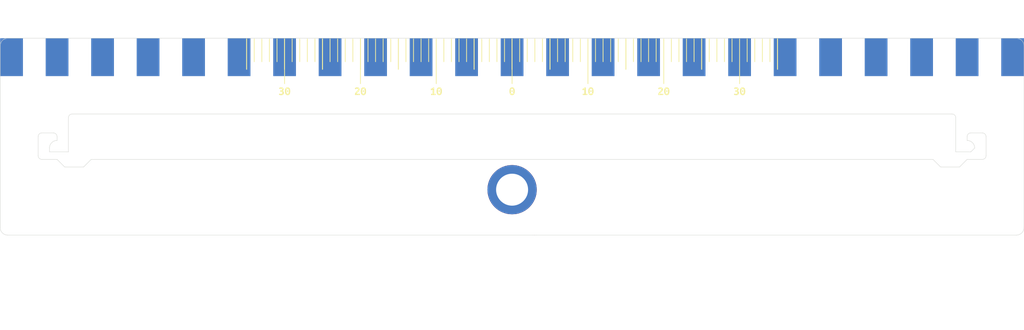
<source format=kicad_pcb>
(kicad_pcb (version 20241229) (generator "pcbnew") (generator_version "9.0")
  (layers (0 "F.Cu" signal) (2 "B.Cu" signal) (13 "F.Paste" user) (15 "B.Paste" user) (5 "F.SilkS" user "F.Silkscreen") (7 "B.SilkS" user "B.Silkscreen") (1 "F.Mask" user) (3 "B.Mask" user) (25 "Edge.Cuts" user))
  (net 0 "")
  (footprint "kibuzzard-693260DC" (layer "F.Cu") (at 208.8 142.5)
    (property "Reference" "kibuzzard-693260DC" (hide yes))
    (property "Value" "G***" (hide yes))
    (fp_poly (pts (xy 0.487884 -0.017771) (xy 0.462843 0.057351) (xy 0.399031 0.088853) (xy 0.332795 0.057351) (xy 0.308562 -0.017771) (xy 0.332795 -0.0937) (xy 0.399031 -0.12601) (xy 0.462843 -0.0937) (xy 0.487884 -0.017771)) (fill yes) (layer "F.SilkS"))
    (fp_poly (pts (xy -0.113086 -0.235864) (xy -0.132472 -0.136511) (xy -0.184168 -0.043619) (xy -0.256866 0.043619) (xy -0.339257 0.124394) (xy -0.387722 0.170436) (xy -0.439418 0.225363) (xy -0.480614 0.282714) (xy -0.497577 0.336026) (xy -0.067851 0.336026) (xy -0.067851 0.500808) (xy -0.720517 0.500808) (xy -0.724556 0.46042) (xy -0.723748 0.426494) (xy -0.716276 0.34895) (xy -0.693861 0.277868) (xy -0.659935 0.212641) (xy -0.617932 0.152666) (xy -0.570275 0.097334) (xy -0.519386 0.046042) (xy -0.468498 -0.002221) (xy -0.42084 -0.048465) (xy -0.344911 -0.135703) (xy -0.315024 -0.221325) (xy -0.352181 -0.315832) (xy -0.44588 -0.34895) (xy -0.544426 -0.326333) (xy -0.646204 -0.250404) (xy -0.74475 -0.389338) (xy -0.675081 -0.448304) (xy -0.595315 -0.489499) (xy -0.510703 -0.513732) (xy -0.426494 -0.521809) (xy -0.308562 -0.504039) (xy -0.208401 -0.450727) (xy -0.138934 -0.361066) (xy -0.113086 -0.235864)) (fill yes) (layer "F.SilkS"))
    (fp_poly (pts (xy 0.74475 -0.001616) (xy 0.739196 0.122375) (xy 0.722536 0.229402) (xy 0.69477 0.319467) (xy 0.655897 0.392569) (xy 0.587686 0.464369) (xy 0.501526 0.507449) (xy 0.397415 0.521809) (xy 0.397415 0.350565) (xy 0.469911 0.32815) (xy 0.522617 0.260905) (xy 0.546401 0.191887) (xy 0.560671 0.10438) (xy 0.565428 -0.001616) (xy 0.560671 -0.106713) (xy 0.546401 -0.193682) (xy 0.522617 -0.26252) (xy 0.469911 -0.329766) (xy 0.397415 -0.352181) (xy 0.325929 -0.329766) (xy 0.273021 -0.26252) (xy 0.248788 -0.193682) (xy 0.234249 -0.106713) (xy 0.229402 -0.001616) (xy 0.234249 0.10438) (xy 0.248788 0.191887) (xy 0.273021 0.260905) (xy 0.325929 0.32815) (xy 0.397415 0.350565) (xy 0.397415 0.521809) (xy 0.293305 0.507449) (xy 0.207144 0.464369) (xy 0.138934 0.392569) (xy 0.100061 0.319467) (xy 0.072294 0.229402) (xy 0.055634 0.122375) (xy 0.050081 -0.001616) (xy 0.055735 -0.124192) (xy 0.072698 -0.23021) (xy 0.100969 -0.319669) (xy 0.140549 -0.392569) (xy 0.209298 -0.464369) (xy 0.29492 -0.507449) (xy 0.397415 -0.521809) (xy 0.501526 -0.507539) (xy 0.587686 -0.464728) (xy 0.655897 -0.393376) (xy 0.69477 -0.320729) (xy 0.722536 -0.23122) (xy 0.739196 -0.124849) (xy 0.74475 -0.001616)) (fill yes) (layer "F.SilkS"))
  )
  (footprint "kibuzzard-693260ED" (layer "F.Cu") (at 158.8 142.5)
    (property "Reference" "kibuzzard-693260ED" (hide yes))
    (property "Value" "G***" (hide yes))
    (fp_poly (pts (xy 0.489499 -0.017771) (xy 0.464459 0.057351) (xy 0.400646 0.088853) (xy 0.33441 0.057351) (xy 0.310178 -0.017771) (xy 0.33441 -0.0937) (xy 0.400646 -0.12601) (xy 0.464459 -0.0937) (xy 0.489499 -0.017771)) (fill yes) (layer "F.SilkS"))
    (fp_poly (pts (xy -0.468498 0.521809) (xy -0.54685 0.516155) (xy -0.62601 0.502423) (xy -0.696284 0.484653) (xy -0.746365 0.466882) (xy -0.707593 0.300485) (xy -0.61147 0.33441) (xy -0.546648 0.347738) (xy -0.470113 0.352181) (xy -0.383481 0.341276) (xy -0.327141 0.308562) (xy -0.285945 0.200323) (xy -0.301696 0.133078) (xy -0.34895 0.089661) (xy -0.420436 0.066034) (xy -0.508885 0.058158) (xy -0.570275 0.058158) (xy -0.570275 -0.106624) (xy -0.495961 -0.106624) (xy -0.434572 -0.113086) (xy -0.379645 -0.134087) (xy -0.340065 -0.172859) (xy -0.324717 -0.234249) (xy -0.357835 -0.320679) (xy -0.449111 -0.352181) (xy -0.561389 -0.333603) (xy -0.657512 -0.287561) (xy -0.728595 -0.432956) (xy -0.613086 -0.491922) (xy -0.536551 -0.514338) (xy -0.450727 -0.521809) (xy -0.372173 -0.516559) (xy -0.304523 -0.500808) (xy -0.201939 -0.441842) (xy -0.142165 -0.352181) (xy -0.122779 -0.240711) (xy -0.156704 -0.12601) (xy -0.247173 -0.042003) (xy -0.178312 -0.002019) (xy -0.126817 0.053312) (xy -0.094709 0.122375) (xy -0.084006 0.203554) (xy -0.106624 0.331179) (xy -0.17609 0.432149) (xy -0.229402 0.470113) (xy -0.295638 0.498384) (xy -0.375202 0.515953) (xy -0.468498 0.521809)) (fill yes) (layer "F.SilkS"))
    (fp_poly (pts (xy 0.746365 -0.001616) (xy 0.740812 0.122375) (xy 0.724152 0.229402) (xy 0.696385 0.319467) (xy 0.657512 0.392569) (xy 0.589302 0.464369) (xy 0.503141 0.507449) (xy 0.399031 0.521809) (xy 0.399031 0.350565) (xy 0.471527 0.32815) (xy 0.524233 0.260905) (xy 0.548017 0.191887) (xy 0.562287 0.10438) (xy 0.567044 -0.001616) (xy 0.562287 -0.106713) (xy 0.548017 -0.193682) (xy 0.524233 -0.26252) (xy 0.471527 -0.329766) (xy 0.399031 -0.352181) (xy 0.327544 -0.329766) (xy 0.274637 -0.26252) (xy 0.250404 -0.193682) (xy 0.235864 -0.106713) (xy 0.231018 -0.001616) (xy 0.235864 0.10438) (xy 0.250404 0.191887) (xy 0.274637 0.260905) (xy 0.327544 0.32815) (xy 0.399031 0.350565) (xy 0.399031 0.521809) (xy 0.29492 0.507449) (xy 0.20876 0.464369) (xy 0.140549 0.392569) (xy 0.101676 0.319467) (xy 0.07391 0.229402) (xy 0.05725 0.122375) (xy 0.051696 -0.001616) (xy 0.057351 -0.124192) (xy 0.074313 -0.23021) (xy 0.102585 -0.319669) (xy 0.142165 -0.392569) (xy 0.210914 -0.464369) (xy 0.296536 -0.507449) (xy 0.399031 -0.521809) (xy 0.503141 -0.507539) (xy 0.589302 -0.464728) (xy 0.657512 -0.393376) (xy 0.696385 -0.320729) (xy 0.724152 -0.23122) (xy 0.740812 -0.124849) (xy 0.746365 -0.001616)) (fill yes) (layer "F.SilkS"))
  )
  (footprint "kibuzzard-693260C4" (layer "F.Cu") (at 178.8 142.5)
    (property "Reference" "kibuzzard-693260C4" (hide yes))
    (property "Value" "G***" (hide yes))
    (fp_poly (pts (xy 0.483845 -0.017771) (xy 0.458805 0.057351) (xy 0.394992 0.088853) (xy 0.328756 0.057351) (xy 0.304523 -0.017771) (xy 0.328756 -0.0937) (xy 0.394992 -0.12601) (xy 0.458805 -0.0937) (xy 0.483845 -0.017771)) (fill yes) (layer "F.SilkS"))
    (fp_poly (pts (xy -0.474152 0.336026) (xy -0.474152 -0.22294) (xy -0.577544 -0.16559) (xy -0.67609 -0.12601) (xy -0.740711 -0.290792) (xy -0.656704 -0.327948) (xy -0.566236 -0.378029) (xy -0.480614 -0.436187) (xy -0.411147 -0.499192) (xy -0.275444 -0.499192) (xy -0.275444 0.336026) (xy -0.076737 0.336026) (xy -0.076737 0.500808) (xy -0.684168 0.500808) (xy -0.684168 0.336026) (xy -0.474152 0.336026)) (fill yes) (layer "F.SilkS"))
    (fp_poly (pts (xy 0.740711 -0.001616) (xy 0.735158 0.122375) (xy 0.718498 0.229402) (xy 0.690731 0.319467) (xy 0.651858 0.392569) (xy 0.583647 0.464369) (xy 0.497487 0.507449) (xy 0.393376 0.521809) (xy 0.393376 0.350565) (xy 0.465872 0.32815) (xy 0.518578 0.260905) (xy 0.542362 0.191887) (xy 0.556633 0.10438) (xy 0.561389 -0.001616) (xy 0.556633 -0.106713) (xy 0.542362 -0.193682) (xy 0.518578 -0.26252) (xy 0.465872 -0.329766) (xy 0.393376 -0.352181) (xy 0.32189 -0.329766) (xy 0.268982 -0.26252) (xy 0.24475 -0.193682) (xy 0.23021 -0.106713) (xy 0.225363 -0.001616) (xy 0.23021 0.10438) (xy 0.24475 0.191887) (xy 0.268982 0.260905) (xy 0.32189 0.32815) (xy 0.393376 0.350565) (xy 0.393376 0.521809) (xy 0.289266 0.507449) (xy 0.203105 0.464369) (xy 0.134895 0.392569) (xy 0.096022 0.319467) (xy 0.068255 0.229402) (xy 0.051595 0.122375) (xy 0.046042 -0.001616) (xy 0.051696 -0.124192) (xy 0.068659 -0.23021) (xy 0.096931 -0.319669) (xy 0.136511 -0.392569) (xy 0.205259 -0.464369) (xy 0.290881 -0.507449) (xy 0.393376 -0.521809) (xy 0.497487 -0.507539) (xy 0.583647 -0.464728) (xy 0.651858 -0.393376) (xy 0.690731 -0.320729) (xy 0.718498 -0.23122) (xy 0.735158 -0.124849) (xy 0.740711 -0.001616)) (fill yes) (layer "F.SilkS"))
  )
  (footprint "kibuzzard-693260ED" (layer "F.Cu") (at 218.8 142.5)
    (property "Reference" "kibuzzard-693260ED" (hide yes))
    (property "Value" "G***" (hide yes))
    (fp_poly (pts (xy 0.489499 -0.017771) (xy 0.464459 0.057351) (xy 0.400646 0.088853) (xy 0.33441 0.057351) (xy 0.310178 -0.017771) (xy 0.33441 -0.0937) (xy 0.400646 -0.12601) (xy 0.464459 -0.0937) (xy 0.489499 -0.017771)) (fill yes) (layer "F.SilkS"))
    (fp_poly (pts (xy -0.468498 0.521809) (xy -0.54685 0.516155) (xy -0.62601 0.502423) (xy -0.696284 0.484653) (xy -0.746365 0.466882) (xy -0.707593 0.300485) (xy -0.61147 0.33441) (xy -0.546648 0.347738) (xy -0.470113 0.352181) (xy -0.383481 0.341276) (xy -0.327141 0.308562) (xy -0.285945 0.200323) (xy -0.301696 0.133078) (xy -0.34895 0.089661) (xy -0.420436 0.066034) (xy -0.508885 0.058158) (xy -0.570275 0.058158) (xy -0.570275 -0.106624) (xy -0.495961 -0.106624) (xy -0.434572 -0.113086) (xy -0.379645 -0.134087) (xy -0.340065 -0.172859) (xy -0.324717 -0.234249) (xy -0.357835 -0.320679) (xy -0.449111 -0.352181) (xy -0.561389 -0.333603) (xy -0.657512 -0.287561) (xy -0.728595 -0.432956) (xy -0.613086 -0.491922) (xy -0.536551 -0.514338) (xy -0.450727 -0.521809) (xy -0.372173 -0.516559) (xy -0.304523 -0.500808) (xy -0.201939 -0.441842) (xy -0.142165 -0.352181) (xy -0.122779 -0.240711) (xy -0.156704 -0.12601) (xy -0.247173 -0.042003) (xy -0.178312 -0.002019) (xy -0.126817 0.053312) (xy -0.094709 0.122375) (xy -0.084006 0.203554) (xy -0.106624 0.331179) (xy -0.17609 0.432149) (xy -0.229402 0.470113) (xy -0.295638 0.498384) (xy -0.375202 0.515953) (xy -0.468498 0.521809)) (fill yes) (layer "F.SilkS"))
    (fp_poly (pts (xy 0.746365 -0.001616) (xy 0.740812 0.122375) (xy 0.724152 0.229402) (xy 0.696385 0.319467) (xy 0.657512 0.392569) (xy 0.589302 0.464369) (xy 0.503141 0.507449) (xy 0.399031 0.521809) (xy 0.399031 0.350565) (xy 0.471527 0.32815) (xy 0.524233 0.260905) (xy 0.548017 0.191887) (xy 0.562287 0.10438) (xy 0.567044 -0.001616) (xy 0.562287 -0.106713) (xy 0.548017 -0.193682) (xy 0.524233 -0.26252) (xy 0.471527 -0.329766) (xy 0.399031 -0.352181) (xy 0.327544 -0.329766) (xy 0.274637 -0.26252) (xy 0.250404 -0.193682) (xy 0.235864 -0.106713) (xy 0.231018 -0.001616) (xy 0.235864 0.10438) (xy 0.250404 0.191887) (xy 0.274637 0.260905) (xy 0.327544 0.32815) (xy 0.399031 0.350565) (xy 0.399031 0.521809) (xy 0.29492 0.507449) (xy 0.20876 0.464369) (xy 0.140549 0.392569) (xy 0.101676 0.319467) (xy 0.07391 0.229402) (xy 0.05725 0.122375) (xy 0.051696 -0.001616) (xy 0.057351 -0.124192) (xy 0.074313 -0.23021) (xy 0.102585 -0.319669) (xy 0.142165 -0.392569) (xy 0.210914 -0.464369) (xy 0.296536 -0.507449) (xy 0.399031 -0.521809) (xy 0.503141 -0.507539) (xy 0.589302 -0.464728) (xy 0.657512 -0.393376) (xy 0.696385 -0.320729) (xy 0.724152 -0.23122) (xy 0.740812 -0.124849) (xy 0.746365 -0.001616)) (fill yes) (layer "F.SilkS"))
  )
  (footprint "kibuzzard-693260DC" (layer "F.Cu") (at 168.8 142.5)
    (property "Reference" "kibuzzard-693260DC" (hide yes))
    (property "Value" "G***" (hide yes))
    (fp_poly (pts (xy 0.487884 -0.017771) (xy 0.462843 0.057351) (xy 0.399031 0.088853) (xy 0.332795 0.057351) (xy 0.308562 -0.017771) (xy 0.332795 -0.0937) (xy 0.399031 -0.12601) (xy 0.462843 -0.0937) (xy 0.487884 -0.017771)) (fill yes) (layer "F.SilkS"))
    (fp_poly (pts (xy -0.113086 -0.235864) (xy -0.132472 -0.136511) (xy -0.184168 -0.043619) (xy -0.256866 0.043619) (xy -0.339257 0.124394) (xy -0.387722 0.170436) (xy -0.439418 0.225363) (xy -0.480614 0.282714) (xy -0.497577 0.336026) (xy -0.067851 0.336026) (xy -0.067851 0.500808) (xy -0.720517 0.500808) (xy -0.724556 0.46042) (xy -0.723748 0.426494) (xy -0.716276 0.34895) (xy -0.693861 0.277868) (xy -0.659935 0.212641) (xy -0.617932 0.152666) (xy -0.570275 0.097334) (xy -0.519386 0.046042) (xy -0.468498 -0.002221) (xy -0.42084 -0.048465) (xy -0.344911 -0.135703) (xy -0.315024 -0.221325) (xy -0.352181 -0.315832) (xy -0.44588 -0.34895) (xy -0.544426 -0.326333) (xy -0.646204 -0.250404) (xy -0.74475 -0.389338) (xy -0.675081 -0.448304) (xy -0.595315 -0.489499) (xy -0.510703 -0.513732) (xy -0.426494 -0.521809) (xy -0.308562 -0.504039) (xy -0.208401 -0.450727) (xy -0.138934 -0.361066) (xy -0.113086 -0.235864)) (fill yes) (layer "F.SilkS"))
    (fp_poly (pts (xy 0.74475 -0.001616) (xy 0.739196 0.122375) (xy 0.722536 0.229402) (xy 0.69477 0.319467) (xy 0.655897 0.392569) (xy 0.587686 0.464369) (xy 0.501526 0.507449) (xy 0.397415 0.521809) (xy 0.397415 0.350565) (xy 0.469911 0.32815) (xy 0.522617 0.260905) (xy 0.546401 0.191887) (xy 0.560671 0.10438) (xy 0.565428 -0.001616) (xy 0.560671 -0.106713) (xy 0.546401 -0.193682) (xy 0.522617 -0.26252) (xy 0.469911 -0.329766) (xy 0.397415 -0.352181) (xy 0.325929 -0.329766) (xy 0.273021 -0.26252) (xy 0.248788 -0.193682) (xy 0.234249 -0.106713) (xy 0.229402 -0.001616) (xy 0.234249 0.10438) (xy 0.248788 0.191887) (xy 0.273021 0.260905) (xy 0.325929 0.32815) (xy 0.397415 0.350565) (xy 0.397415 0.521809) (xy 0.293305 0.507449) (xy 0.207144 0.464369) (xy 0.138934 0.392569) (xy 0.100061 0.319467) (xy 0.072294 0.229402) (xy 0.055634 0.122375) (xy 0.050081 -0.001616) (xy 0.055735 -0.124192) (xy 0.072698 -0.23021) (xy 0.100969 -0.319669) (xy 0.140549 -0.392569) (xy 0.209298 -0.464369) (xy 0.29492 -0.507449) (xy 0.397415 -0.521809) (xy 0.501526 -0.507539) (xy 0.587686 -0.464728) (xy 0.655897 -0.393376) (xy 0.69477 -0.320729) (xy 0.722536 -0.23122) (xy 0.739196 -0.124849) (xy 0.74475 -0.001616)) (fill yes) (layer "F.SilkS"))
  )
  (footprint "kibuzzard-693260C4" (layer "F.Cu") (at 198.8 142.5)
    (property "Reference" "kibuzzard-693260C4" (hide yes))
    (property "Value" "G***" (hide yes))
    (fp_poly (pts (xy 0.483845 -0.017771) (xy 0.458805 0.057351) (xy 0.394992 0.088853) (xy 0.328756 0.057351) (xy 0.304523 -0.017771) (xy 0.328756 -0.0937) (xy 0.394992 -0.12601) (xy 0.458805 -0.0937) (xy 0.483845 -0.017771)) (fill yes) (layer "F.SilkS"))
    (fp_poly (pts (xy -0.474152 0.336026) (xy -0.474152 -0.22294) (xy -0.577544 -0.16559) (xy -0.67609 -0.12601) (xy -0.740711 -0.290792) (xy -0.656704 -0.327948) (xy -0.566236 -0.378029) (xy -0.480614 -0.436187) (xy -0.411147 -0.499192) (xy -0.275444 -0.499192) (xy -0.275444 0.336026) (xy -0.076737 0.336026) (xy -0.076737 0.500808) (xy -0.684168 0.500808) (xy -0.684168 0.336026) (xy -0.474152 0.336026)) (fill yes) (layer "F.SilkS"))
    (fp_poly (pts (xy 0.740711 -0.001616) (xy 0.735158 0.122375) (xy 0.718498 0.229402) (xy 0.690731 0.319467) (xy 0.651858 0.392569) (xy 0.583647 0.464369) (xy 0.497487 0.507449) (xy 0.393376 0.521809) (xy 0.393376 0.350565) (xy 0.465872 0.32815) (xy 0.518578 0.260905) (xy 0.542362 0.191887) (xy 0.556633 0.10438) (xy 0.561389 -0.001616) (xy 0.556633 -0.106713) (xy 0.542362 -0.193682) (xy 0.518578 -0.26252) (xy 0.465872 -0.329766) (xy 0.393376 -0.352181) (xy 0.32189 -0.329766) (xy 0.268982 -0.26252) (xy 0.24475 -0.193682) (xy 0.23021 -0.106713) (xy 0.225363 -0.001616) (xy 0.23021 0.10438) (xy 0.24475 0.191887) (xy 0.268982 0.260905) (xy 0.32189 0.32815) (xy 0.393376 0.350565) (xy 0.393376 0.521809) (xy 0.289266 0.507449) (xy 0.203105 0.464369) (xy 0.134895 0.392569) (xy 0.096022 0.319467) (xy 0.068255 0.229402) (xy 0.051595 0.122375) (xy 0.046042 -0.001616) (xy 0.051696 -0.124192) (xy 0.068659 -0.23021) (xy 0.096931 -0.319669) (xy 0.136511 -0.392569) (xy 0.205259 -0.464369) (xy 0.290881 -0.507449) (xy 0.393376 -0.521809) (xy 0.497487 -0.507539) (xy 0.583647 -0.464728) (xy 0.651858 -0.393376) (xy 0.690731 -0.320729) (xy 0.718498 -0.23122) (xy 0.735158 -0.124849) (xy 0.740711 -0.001616)) (fill yes) (layer "F.SilkS"))
  )
  (footprint "kibuzzard-693260CE" (layer "F.Cu") (at 188.8 142.5)
    (property "Reference" "kibuzzard-693260CE" (hide yes))
    (property "Value" "G***" (hide yes))
    (fp_poly (pts (xy 0.090468 -0.017771) (xy 0.065428 0.057351) (xy 0.001616 0.088853) (xy -0.06462 0.057351) (xy -0.088853 -0.017771) (xy -0.06462 -0.0937) (xy 0.001616 -0.12601) (xy 0.065428 -0.0937) (xy 0.090468 -0.017771)) (fill yes) (layer "F.SilkS"))
    (fp_poly (pts (xy 0.347334 -0.001616) (xy 0.341781 0.122375) (xy 0.325121 0.229402) (xy 0.297355 0.319467) (xy 0.258481 0.392569) (xy 0.190271 0.464369) (xy 0.104111 0.507449) (xy 0 0.521809) (xy 0 0.350565) (xy 0.072496 0.32815) (xy 0.125202 0.260905) (xy 0.148986 0.191887) (xy 0.163256 0.10438) (xy 0.168013 -0.001616) (xy 0.163256 -0.106713) (xy 0.148986 -0.193682) (xy 0.125202 -0.26252) (xy 0.072496 -0.329766) (xy 0 -0.352181) (xy -0.071486 -0.329766) (xy -0.124394 -0.26252) (xy -0.148627 -0.193682) (xy -0.163166 -0.106713) (xy -0.168013 -0.001616) (xy -0.163166 0.10438) (xy -0.148627 0.191887) (xy -0.124394 0.260905) (xy -0.071486 0.32815) (xy 0 0.350565) (xy 0 0.521809) (xy -0.104111 0.507449) (xy -0.190271 0.464369) (xy -0.258481 0.392569) (xy -0.297355 0.319467) (xy -0.325121 0.229402) (xy -0.341781 0.122375) (xy -0.347334 -0.001616) (xy -0.34168 -0.124192) (xy -0.324717 -0.23021) (xy -0.296446 -0.319669) (xy -0.256866 -0.392569) (xy -0.188117 -0.464369) (xy -0.102495 -0.507449) (xy 0 -0.521809) (xy 0.104111 -0.507539) (xy 0.190271 -0.464728) (xy 0.258481 -0.393376) (xy 0.297355 -0.320729) (xy 0.325121 -0.23122) (xy 0.341781 -0.124849) (xy 0.347334 -0.001616)) (fill yes) (layer "F.SilkS"))
  )
  (footprint "footprints:MountingHole_SMTSO3060_3.2mm_M3" (layer "B.Cu") (at 188.8 155.5)
    (property "Reference" "H1" (hide yes))
    (property "Value" "MountingHole_Pad_MP")
    (pad "1" thru_hole circle (at 0 0) (size 6.5 6.5) (drill 4.22) (layers "*.Cu" "*.Mask"))
  )
  (gr_rect (start 223.3 135.5) (end 226.3 140.5) (fill yes) (layer "B.Cu"))
  (gr_rect (start 157.3 135.5) (end 160.3 140.5) (fill yes) (layer "B.Cu"))
  (gr_rect (start 163.3 135.5) (end 166.3 140.5) (fill yes) (layer "B.Cu"))
  (gr_rect (start 199.3 135.5) (end 202.3 140.5) (fill yes) (layer "B.Cu"))
  (gr_rect (start 247.3 135.5) (end 250.3 140.5) (fill yes) (layer "B.Cu"))
  (gr_rect (start 229.3 135.5) (end 232.3 140.5) (fill yes) (layer "B.Cu"))
  (gr_rect (start 175.3 135.5) (end 178.3 140.5) (fill yes) (layer "B.Cu"))
  (gr_rect (start 169.3 135.5) (end 172.3 140.5) (fill yes) (layer "B.Cu"))
  (gr_rect (start 241.3 135.5) (end 244.3 140.5) (fill yes) (layer "B.Cu"))
  (gr_rect (start 253.3 135.5) (end 256.3 140.5) (fill yes) (layer "B.Cu"))
  (gr_rect (start 187.3 135.5) (end 190.3 140.5) (fill yes) (layer "B.Cu"))
  (gr_rect (start 193.3 135.5) (end 196.3 140.5) (fill yes) (layer "B.Cu"))
  (gr_rect (start 211.3 135.5) (end 214.3 140.5) (fill yes) (layer "B.Cu"))
  (gr_rect (start 151.3 135.5) (end 154.3 140.5) (fill yes) (layer "B.Cu"))
  (gr_rect (start 127.3 135.5) (end 130.3 140.5) (fill yes) (layer "B.Cu"))
  (gr_rect (start 235.3 135.5) (end 238.3 140.5) (fill yes) (layer "B.Cu"))
  (gr_rect (start 181.3 135.5) (end 184.3 140.5) (fill yes) (layer "B.Cu"))
  (gr_rect (start 139.3 135.5) (end 142.3 140.5) (fill yes) (layer "B.Cu"))
  (gr_rect (start 217.3 135.5) (end 220.3 140.5) (fill yes) (layer "B.Cu"))
  (gr_rect (start 145.3 135.5) (end 148.3 140.5) (fill yes) (layer "B.Cu"))
  (gr_rect (start 205.3 135.5) (end 208.3 140.5) (fill yes) (layer "B.Cu"))
  (gr_rect (start 121.3 135.5) (end 124.3 140.5) (fill yes) (layer "B.Cu"))
  (gr_rect (start 133.3 135.5) (end 136.3 140.5) (fill yes) (layer "B.Cu"))
  (gr_line (start 203.8 139.6) (end 203.8 135.6) (stroke (width 0.1)) (layer "F.SilkS"))
  (gr_line (start 195.8 138.6) (end 195.8 135.6) (stroke (width 0.1)) (layer "F.SilkS"))
  (gr_line (start 174.8 138.6) (end 174.8 135.6) (stroke (width 0.1)) (layer "F.SilkS"))
  (gr_line (start 183.8 139.6) (end 183.8 135.6) (stroke (width 0.1)) (layer "F.SilkS"))
  (gr_line (start 167.8 138.6) (end 167.8 135.6) (stroke (width 0.1)) (layer "F.SilkS"))
  (gr_line (start 223.8 139.6) (end 223.8 135.6) (stroke (width 0.1)) (layer "F.SilkS"))
  (gr_line (start 173.8 139.6) (end 173.8 135.6) (stroke (width 0.1)) (layer "F.SilkS"))
  (gr_line (start 205.8 138.6) (end 205.8 135.6) (stroke (width 0.1)) (layer "F.SilkS"))
  (gr_line (start 221.8 138.6) (end 221.8 135.6) (stroke (width 0.1)) (layer "F.SilkS"))
  (gr_line (start 153.8 139.6) (end 153.8 135.6) (stroke (width 0.1)) (layer "F.SilkS"))
  (gr_line (start 166.8 138.6) (end 166.8 135.6) (stroke (width 0.1)) (layer "F.SilkS"))
  (gr_line (start 222.8 138.6) (end 222.8 135.6) (stroke (width 0.1)) (layer "F.SilkS"))
  (gr_line (start 190.8 138.6) (end 190.8 135.6) (stroke (width 0.1)) (layer "F.SilkS"))
  (gr_line (start 198.8 141.5) (end 198.8 135.6) (stroke (width 0.1)) (layer "F.SilkS"))
  (gr_line (start 185.8 138.6) (end 185.8 135.6) (stroke (width 0.1)) (layer "F.SilkS"))
  (gr_line (start 193.8 139.6) (end 193.8 135.6) (stroke (width 0.1)) (layer "F.SilkS"))
  (gr_line (start 187.8 138.6) (end 187.8 135.6) (stroke (width 0.1)) (layer "F.SilkS"))
  (gr_line (start 202.8 138.6) (end 202.8 135.6) (stroke (width 0.1)) (layer "F.SilkS"))
  (gr_line (start 183.8 139.6) (end 183.8 135.6) (stroke (width 0.1)) (layer "F.SilkS"))
  (gr_line (start 175.8 138.6) (end 175.8 135.6) (stroke (width 0.1)) (layer "F.SilkS"))
  (gr_line (start 192.8 138.6) (end 192.8 135.6) (stroke (width 0.1)) (layer "F.SilkS"))
  (gr_line (start 219.8 138.6) (end 219.8 135.6) (stroke (width 0.1)) (layer "F.SilkS"))
  (gr_line (start 168.8 139.6) (end 168.8 135.6) (stroke (width 0.1)) (layer "F.SilkS"))
  (gr_line (start 179.8 138.6) (end 179.8 135.6) (stroke (width 0.1)) (layer "F.SilkS"))
  (gr_line (start 194.8 138.6) (end 194.8 135.6) (stroke (width 0.1)) (layer "F.SilkS"))
  (gr_line (start 204.8 138.6) (end 204.8 135.6) (stroke (width 0.1)) (layer "F.SilkS"))
  (gr_line (start 196.8 138.6) (end 196.8 135.6) (stroke (width 0.1)) (layer "F.SilkS"))
  (gr_line (start 184.8 138.6) (end 184.8 135.6) (stroke (width 0.1)) (layer "F.SilkS"))
  (gr_line (start 200.8 138.6) (end 200.8 135.6) (stroke (width 0.1)) (layer "F.SilkS"))
  (gr_line (start 155.8 138.6) (end 155.8 135.6) (stroke (width 0.1)) (layer "F.SilkS"))
  (gr_line (start 172.8 138.6) (end 172.8 135.6) (stroke (width 0.1)) (layer "F.SilkS"))
  (gr_line (start 158.8 141.5) (end 158.8 135.6) (stroke (width 0.1)) (layer "F.SilkS"))
  (gr_line (start 220.8 138.6) (end 220.8 135.6) (stroke (width 0.1)) (layer "F.SilkS"))
  (gr_line (start 201.8 138.6) (end 201.8 135.6) (stroke (width 0.1)) (layer "F.SilkS"))
  (gr_line (start 213.8 139.6) (end 213.8 135.6) (stroke (width 0.1)) (layer "F.SilkS"))
  (gr_line (start 218.8 141.5) (end 218.8 135.6) (stroke (width 0.1)) (layer "F.SilkS"))
  (gr_line (start 164.8 138.6) (end 164.8 135.6) (stroke (width 0.1)) (layer "F.SilkS"))
  (gr_line (start 158.8 139.6) (end 158.8 135.6) (stroke (width 0.1)) (layer "F.SilkS"))
  (gr_line (start 214.8 138.6) (end 214.8 135.6) (stroke (width 0.1)) (layer "F.SilkS"))
  (gr_line (start 180.8 138.6) (end 180.8 135.6) (stroke (width 0.1)) (layer "F.SilkS"))
  (gr_line (start 171.8 138.6) (end 171.8 135.6) (stroke (width 0.1)) (layer "F.SilkS"))
  (gr_line (start 223.8 139.6) (end 223.8 135.6) (stroke (width 0.1)) (layer "F.SilkS"))
  (gr_line (start 188.8 141.5) (end 188.8 135.6) (stroke (width 0.1)) (layer "F.SilkS"))
  (gr_line (start 159.8 138.6) (end 159.8 135.6) (stroke (width 0.1)) (layer "F.SilkS"))
  (gr_line (start 163.8 139.6) (end 163.8 135.6) (stroke (width 0.1)) (layer "F.SilkS"))
  (gr_line (start 154.8 138.6) (end 154.8 135.6) (stroke (width 0.1)) (layer "F.SilkS"))
  (gr_line (start 199.8 138.6) (end 199.8 135.6) (stroke (width 0.1)) (layer "F.SilkS"))
  (gr_line (start 209.8 138.6) (end 209.8 135.6) (stroke (width 0.1)) (layer "F.SilkS"))
  (gr_line (start 168.8 141.5) (end 168.8 135.6) (stroke (width 0.1)) (layer "F.SilkS"))
  (gr_line (start 191.8 138.6) (end 191.8 135.6) (stroke (width 0.1)) (layer "F.SilkS"))
  (gr_line (start 182.8 138.6) (end 182.8 135.6) (stroke (width 0.1)) (layer "F.SilkS"))
  (gr_line (start 178.8 141.5) (end 178.8 135.6) (stroke (width 0.1)) (layer "F.SilkS"))
  (gr_line (start 206.8 138.6) (end 206.8 135.6) (stroke (width 0.1)) (layer "F.SilkS"))
  (gr_line (start 161.8 138.6) (end 161.8 135.6) (stroke (width 0.1)) (layer "F.SilkS"))
  (gr_line (start 213.8 139.6) (end 213.8 135.6) (stroke (width 0.1)) (layer "F.SilkS"))
  (gr_line (start 186.8 138.6) (end 186.8 135.6) (stroke (width 0.1)) (layer "F.SilkS"))
  (gr_line (start 215.8 138.6) (end 215.8 135.6) (stroke (width 0.1)) (layer "F.SilkS"))
  (gr_line (start 208.8 141.5) (end 208.8 135.6) (stroke (width 0.1)) (layer "F.SilkS"))
  (gr_line (start 203.8 139.6) (end 203.8 135.6) (stroke (width 0.1)) (layer "F.SilkS"))
  (gr_line (start 193.8 139.6) (end 193.8 135.6) (stroke (width 0.1)) (layer "F.SilkS"))
  (gr_line (start 177.8 138.6) (end 177.8 135.6) (stroke (width 0.1)) (layer "F.SilkS"))
  (gr_line (start 210.8 138.6) (end 210.8 135.6) (stroke (width 0.1)) (layer "F.SilkS"))
  (gr_line (start 176.8 138.6) (end 176.8 135.6) (stroke (width 0.1)) (layer "F.SilkS"))
  (gr_line (start 165.8 138.6) (end 165.8 135.6) (stroke (width 0.1)) (layer "F.SilkS"))
  (gr_line (start 207.8 138.6) (end 207.8 135.6) (stroke (width 0.1)) (layer "F.SilkS"))
  (gr_line (start 216.8 138.6) (end 216.8 135.6) (stroke (width 0.1)) (layer "F.SilkS"))
  (gr_line (start 153.8 139.6) (end 153.8 135.6) (stroke (width 0.1)) (layer "F.SilkS"))
  (gr_line (start 170.8 138.6) (end 170.8 135.6) (stroke (width 0.1)) (layer "F.SilkS"))
  (gr_line (start 157.8 138.6) (end 157.8 135.6) (stroke (width 0.1)) (layer "F.SilkS"))
  (gr_line (start 197.8 138.6) (end 197.8 135.6) (stroke (width 0.1)) (layer "F.SilkS"))
  (gr_line (start 163.8 139.6) (end 163.8 135.6) (stroke (width 0.1)) (layer "F.SilkS"))
  (gr_line (start 181.8 138.6) (end 181.8 135.6) (stroke (width 0.1)) (layer "F.SilkS"))
  (gr_line (start 211.8 138.6) (end 211.8 135.6) (stroke (width 0.1)) (layer "F.SilkS"))
  (gr_line (start 188.8 139.6) (end 188.8 135.6) (stroke (width 0.1)) (layer "F.SilkS"))
  (gr_line (start 156.8 138.6) (end 156.8 135.6) (stroke (width 0.1)) (layer "F.SilkS"))
  (gr_line (start 212.8 138.6) (end 212.8 135.6) (stroke (width 0.1)) (layer "F.SilkS"))
  (gr_line (start 169.8 138.6) (end 169.8 135.6) (stroke (width 0.1)) (layer "F.SilkS"))
  (gr_line (start 162.8 138.6) (end 162.8 135.6) (stroke (width 0.1)) (layer "F.SilkS"))
  (gr_line (start 173.8 139.6) (end 173.8 135.6) (stroke (width 0.1)) (layer "F.SilkS"))
  (gr_line (start 189.8 138.6) (end 189.8 135.6) (stroke (width 0.1)) (layer "F.SilkS"))
  (gr_line (start 160.8 138.6) (end 160.8 135.6) (stroke (width 0.1)) (layer "F.SilkS"))
  (gr_line (start 217.8 138.6) (end 217.8 135.6) (stroke (width 0.1)) (layer "F.SilkS"))
  (gr_arc (start 126.3 148.5) (mid 126.446447 148.146447) (end 126.8 148) (stroke (width 0.05)) (layer "Edge.Cuts"))
  (gr_arc (start 248.8 149) (mid 249.507107 149.292893) (end 249.8 150) (stroke (width 0.05)) (layer "Edge.Cuts"))
  (gr_arc (start 127.8 150) (mid 128.092893 149.292893) (end 128.8 149) (stroke (width 0.05)) (layer "Edge.Cuts"))
  (gr_line (start 122.3 135.5) (end 255.3 135.5) (stroke (width 0.05)) (layer "Edge.Cuts"))
  (gr_line (start 244.3 151.5) (end 245.3 152.5) (stroke (width 0.05)) (layer "Edge.Cuts"))
  (gr_line (start 245.3 152.5) (end 247.8 152.5) (stroke (width 0.05)) (layer "Edge.Cuts"))
  (gr_arc (start 251.3 151) (mid 251.153553 151.353553) (end 250.8 151.5) (stroke (width 0.05)) (layer "Edge.Cuts"))
  (gr_line (start 247.3 146) (end 247.3 150.5) (stroke (width 0.05)) (layer "Edge.Cuts"))
  (gr_line (start 250.8 151.5) (end 248.8 151.5) (stroke (width 0.05)) (layer "Edge.Cuts"))
  (gr_line (start 126.3 148.5) (end 126.3 151) (stroke (width 0.05)) (layer "Edge.Cuts"))
  (gr_line (start 251.3 148.5) (end 251.3 151) (stroke (width 0.05)) (layer "Edge.Cuts"))
  (gr_arc (start 122.3 161.5) (mid 121.592893 161.207107) (end 121.3 160.5) (stroke (width 0.05)) (layer "Edge.Cuts"))
  (gr_line (start 249.3 150.5) (end 249.8 150) (stroke (width 0.05)) (layer "Edge.Cuts"))
  (gr_arc (start 121.3 136.5) (mid 121.592893 135.792893) (end 122.3 135.5) (stroke (width 0.05)) (layer "Edge.Cuts"))
  (gr_line (start 247.8 152.5) (end 248.8 151.5) (stroke (width 0.05)) (layer "Edge.Cuts"))
  (gr_line (start 132.3 152.5) (end 129.8 152.5) (stroke (width 0.05)) (layer "Edge.Cuts"))
  (gr_line (start 128.8 149) (end 128.8 148.5) (stroke (width 0.05)) (layer "Edge.Cuts"))
  (gr_arc (start 246.8 145.5) (mid 247.153553 145.646447) (end 247.3 146) (stroke (width 0.05)) (layer "Edge.Cuts"))
  (gr_line (start 248.8 149) (end 248.8 148.5) (stroke (width 0.05)) (layer "Edge.Cuts"))
  (gr_arc (start 250.8 148) (mid 251.153553 148.146447) (end 251.3 148.5) (stroke (width 0.05)) (layer "Edge.Cuts"))
  (gr_line (start 247.3 150.5) (end 249.3 150.5) (stroke (width 0.05)) (layer "Edge.Cuts"))
  (gr_arc (start 130.3 146) (mid 130.446447 145.646447) (end 130.8 145.5) (stroke (width 0.05)) (layer "Edge.Cuts"))
  (gr_line (start 128.3 148) (end 126.8 148) (stroke (width 0.05)) (layer "Edge.Cuts"))
  (gr_line (start 130.3 150.5) (end 127.8 150.5) (stroke (width 0.05)) (layer "Edge.Cuts"))
  (gr_line (start 122.3 161.5) (end 191.714213 161.5) (stroke (width 0.05)) (layer "Edge.Cuts"))
  (gr_line (start 246.8 145.5) (end 130.8 145.5) (stroke (width 0.05)) (layer "Edge.Cuts"))
  (gr_arc (start 255.3 135.5) (mid 256.007107 135.792893) (end 256.3 136.5) (stroke (width 0.05)) (layer "Edge.Cuts"))
  (gr_line (start 256.3 136.5) (end 256.3 160.5) (stroke (width 0.05)) (layer "Edge.Cuts"))
  (gr_arc (start 126.8 151.5) (mid 126.446447 151.353553) (end 126.3 151) (stroke (width 0.05)) (layer "Edge.Cuts"))
  (gr_arc (start 256.3 160.5) (mid 256.007107 161.207107) (end 255.3 161.5) (stroke (width 0.05)) (layer "Edge.Cuts"))
  (gr_arc (start 248.8 148.5) (mid 248.946447 148.146447) (end 249.3 148) (stroke (width 0.05)) (layer "Edge.Cuts"))
  (gr_line (start 133.3 151.5) (end 132.3 152.5) (stroke (width 0.05)) (layer "Edge.Cuts"))
  (gr_line (start 127.8 150.5) (end 127.8 150) (stroke (width 0.05)) (layer "Edge.Cuts"))
  (gr_arc (start 128.3 148) (mid 128.653553 148.146447) (end 128.8 148.5) (stroke (width 0.05)) (layer "Edge.Cuts"))
  (gr_line (start 121.3 160.5) (end 121.3 136.5) (stroke (width 0.05)) (layer "Edge.Cuts"))
  (gr_line (start 130.3 146) (end 130.3 150.5) (stroke (width 0.05)) (layer "Edge.Cuts"))
  (gr_line (start 249.3 148) (end 250.8 148) (stroke (width 0.05)) (layer "Edge.Cuts"))
  (gr_line (start 129.8 152.5) (end 128.8 151.5) (stroke (width 0.05)) (layer "Edge.Cuts"))
  (gr_line (start 255.3 161.5) (end 191.714213 161.5) (stroke (width 0.05)) (layer "Edge.Cuts"))
  (gr_line (start 133.3 151.5) (end 244.3 151.5) (stroke (width 0.05)) (layer "Edge.Cuts"))
  (gr_line (start 126.8 151.5) (end 128.8 151.5) (stroke (width 0.05)) (layer "Edge.Cuts"))
)
</source>
